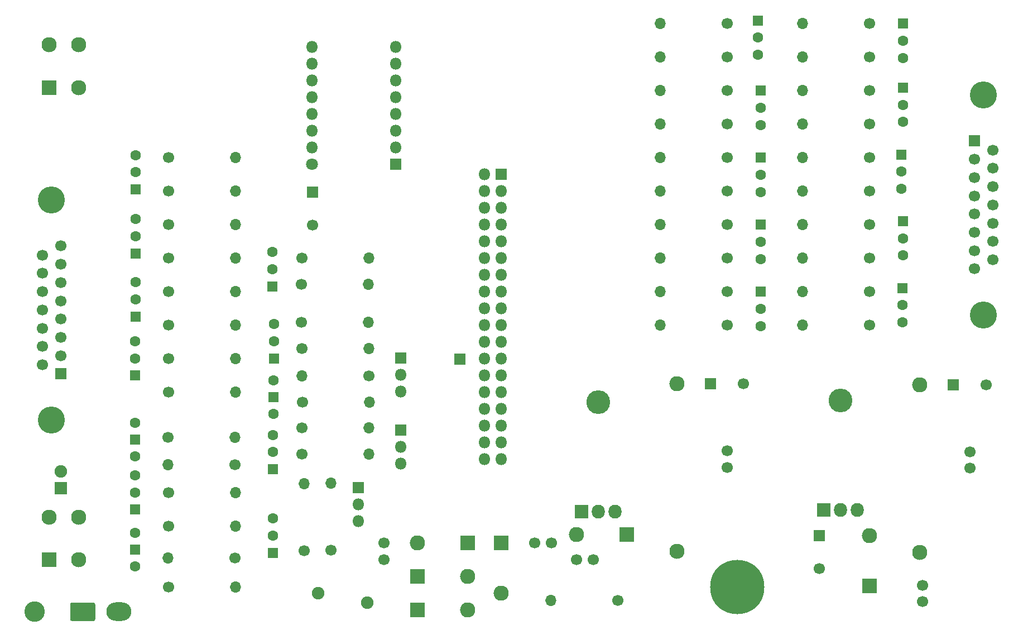
<source format=gbr>
%TF.GenerationSoftware,KiCad,Pcbnew,(5.1.6)-1*%
%TF.CreationDate,2021-08-21T15:03:11-07:00*%
%TF.ProjectId,BPEM488CWaux,4250454d-3438-4384-9357-6175782e6b69,rev?*%
%TF.SameCoordinates,Original*%
%TF.FileFunction,Soldermask,Bot*%
%TF.FilePolarity,Negative*%
%FSLAX46Y46*%
G04 Gerber Fmt 4.6, Leading zero omitted, Abs format (unit mm)*
G04 Created by KiCad (PCBNEW (5.1.6)-1) date 2021-08-21 15:03:11*
%MOMM*%
%LPD*%
G01*
G04 APERTURE LIST*
%ADD10O,1.700000X1.700000*%
%ADD11C,1.700000*%
%ADD12C,1.900000*%
%ADD13R,1.900000X1.900000*%
%ADD14O,2.005000X2.100000*%
%ADD15R,2.005000X2.100000*%
%ADD16O,3.600000X3.600000*%
%ADD17R,1.600000X1.600000*%
%ADD18C,1.600000*%
%ADD19O,1.800000X1.800000*%
%ADD20C,1.800000*%
%ADD21R,1.800000X1.800000*%
%ADD22R,1.700000X1.700000*%
%ADD23C,4.100000*%
%ADD24C,8.228000*%
%ADD25R,2.300000X2.300000*%
%ADD26O,2.300000X2.300000*%
%ADD27O,3.800000X2.800000*%
%ADD28C,3.100000*%
%ADD29C,2.300000*%
G04 APERTURE END LIST*
D10*
%TO.C,R15*%
X132003800Y-143281400D03*
D11*
X142163800Y-143281400D03*
%TD*%
D12*
%TO.C,D7*%
X57658000Y-123774200D03*
D13*
X57658000Y-126314200D03*
%TD*%
D14*
%TO.C,U1*%
X141706600Y-129870200D03*
X139166600Y-129870200D03*
D15*
X136626600Y-129870200D03*
D16*
X139166600Y-113210200D03*
%TD*%
D17*
%TO.C,Q25*%
X185420000Y-55880000D03*
D18*
X185420000Y-61080000D03*
X185420000Y-58480000D03*
%TD*%
D17*
%TO.C,Q24*%
X185445400Y-65582800D03*
D18*
X185445400Y-70782800D03*
X185445400Y-68182800D03*
%TD*%
D17*
%TO.C,Q23*%
X185191400Y-75717400D03*
D18*
X185191400Y-80917400D03*
X185191400Y-78317400D03*
%TD*%
D17*
%TO.C,Q22*%
X185394600Y-85801200D03*
D18*
X185394600Y-91001200D03*
X185394600Y-88401200D03*
%TD*%
D17*
%TO.C,Q21*%
X185293000Y-95935800D03*
D18*
X185293000Y-101135800D03*
X185293000Y-98535800D03*
%TD*%
D17*
%TO.C,Q18*%
X90017600Y-106629200D03*
D18*
X90017600Y-101429200D03*
X90017600Y-104029200D03*
%TD*%
D17*
%TO.C,Q17*%
X163804600Y-96520000D03*
D18*
X163804600Y-101720000D03*
X163804600Y-99120000D03*
%TD*%
D17*
%TO.C,Q16*%
X163804600Y-86360000D03*
D18*
X163804600Y-91560000D03*
X163804600Y-88960000D03*
%TD*%
D17*
%TO.C,Q15*%
X163804600Y-76200000D03*
D18*
X163804600Y-81400000D03*
X163804600Y-78800000D03*
%TD*%
D17*
%TO.C,Q14*%
X163804600Y-66040000D03*
D18*
X163804600Y-71240000D03*
X163804600Y-68640000D03*
%TD*%
D17*
%TO.C,Q13*%
X163372800Y-55397400D03*
D18*
X163372800Y-60597400D03*
X163372800Y-57997400D03*
%TD*%
D17*
%TO.C,Q12*%
X89941400Y-112496600D03*
D18*
X89941400Y-109956600D03*
X89941400Y-115036600D03*
%TD*%
D17*
%TO.C,Q11*%
X89814400Y-136093200D03*
D18*
X89814400Y-130893200D03*
X89814400Y-133493200D03*
%TD*%
D17*
%TO.C,Q10*%
X68935600Y-135610600D03*
D18*
X68935600Y-133070600D03*
X68935600Y-138150600D03*
%TD*%
D17*
%TO.C,Q9*%
X89839800Y-123418600D03*
D18*
X89839800Y-118218600D03*
X89839800Y-120818600D03*
%TD*%
D17*
%TO.C,Q7*%
X68940680Y-129540000D03*
D18*
X68940680Y-124340000D03*
X68940680Y-126940000D03*
%TD*%
D17*
%TO.C,Q6*%
X89738200Y-95681800D03*
D18*
X89738200Y-90481800D03*
X89738200Y-93081800D03*
%TD*%
D17*
%TO.C,Q5*%
X68935600Y-118897400D03*
D18*
X68935600Y-116357400D03*
X68935600Y-121437400D03*
%TD*%
D17*
%TO.C,Q4*%
X68940680Y-109220000D03*
D18*
X68940680Y-104020000D03*
X68940680Y-106620000D03*
%TD*%
D17*
%TO.C,Q3*%
X68961000Y-100279200D03*
D18*
X68961000Y-95079200D03*
X68961000Y-97679200D03*
%TD*%
D17*
%TO.C,Q2*%
X68961000Y-90703400D03*
D18*
X68961000Y-85503400D03*
X68961000Y-88103400D03*
%TD*%
D17*
%TO.C,Q1*%
X69011800Y-81000600D03*
D18*
X69011800Y-75800600D03*
X69011800Y-78400600D03*
%TD*%
D19*
%TO.C,U3*%
X95707200Y-74676000D03*
X95707200Y-69596000D03*
D20*
X95707200Y-77216000D03*
D19*
X95707200Y-72136000D03*
X95707200Y-67056000D03*
X95707200Y-59436000D03*
X95707200Y-64516000D03*
X95707200Y-61976000D03*
X108407200Y-59436000D03*
X108407200Y-61976000D03*
X108407200Y-64516000D03*
X108407200Y-67056000D03*
X108407200Y-69596000D03*
X108407200Y-72136000D03*
X108407200Y-74676000D03*
D21*
X108407200Y-77216000D03*
%TD*%
D14*
%TO.C,U2*%
X178435000Y-129616200D03*
X175895000Y-129616200D03*
D15*
X173355000Y-129616200D03*
D16*
X175895000Y-112956200D03*
%TD*%
D21*
%TO.C,TP1*%
X118211600Y-106756200D03*
%TD*%
D10*
%TO.C,R36*%
X104343200Y-105130600D03*
D11*
X94183200Y-105130600D03*
%TD*%
D10*
%TO.C,R35*%
X104292400Y-101168200D03*
D11*
X94132400Y-101168200D03*
%TD*%
D10*
%TO.C,R24*%
X104444800Y-113207800D03*
D11*
X94284800Y-113207800D03*
%TD*%
D10*
%TO.C,R23*%
X94259400Y-109270800D03*
D11*
X104419400Y-109270800D03*
%TD*%
D10*
%TO.C,R22*%
X98628200Y-125526800D03*
D11*
X98628200Y-135686800D03*
%TD*%
D10*
%TO.C,R21*%
X94564200Y-125577600D03*
D11*
X94564200Y-135737600D03*
%TD*%
D10*
%TO.C,R20*%
X84124800Y-141274800D03*
D11*
X73964800Y-141274800D03*
%TD*%
D10*
%TO.C,R19*%
X73939400Y-136880600D03*
D11*
X84099400Y-136880600D03*
%TD*%
D10*
%TO.C,R18*%
X84074000Y-118592600D03*
D11*
X73914000Y-118592600D03*
%TD*%
D10*
%TO.C,R17*%
X73939400Y-122758200D03*
D11*
X84099400Y-122758200D03*
%TD*%
D19*
%TO.C,J7*%
X109220000Y-111607600D03*
X109220000Y-109067600D03*
D21*
X109220000Y-106527600D03*
%TD*%
D19*
%TO.C,J6*%
X102768400Y-131318000D03*
X102768400Y-128778000D03*
D21*
X102768400Y-126238000D03*
%TD*%
D19*
%TO.C,J5*%
X109245400Y-122555000D03*
X109245400Y-120015000D03*
D21*
X109245400Y-117475000D03*
%TD*%
D11*
%TO.C,C10*%
X95859600Y-86381600D03*
D22*
X95859600Y-81381600D03*
%TD*%
D23*
%TO.C,J4*%
X197635000Y-66705000D03*
X197635000Y-100005000D03*
D11*
X199055000Y-91665000D03*
X199055000Y-88895000D03*
X199055000Y-86125000D03*
X199055000Y-83355000D03*
X199055000Y-80585000D03*
X199055000Y-77815000D03*
X199055000Y-75045000D03*
X196215000Y-93050000D03*
X196215000Y-90280000D03*
X196215000Y-87510000D03*
X196215000Y-84740000D03*
X196215000Y-81970000D03*
X196215000Y-79200000D03*
X196215000Y-76430000D03*
D22*
X196215000Y-73660000D03*
%TD*%
D23*
%TO.C,J3*%
X56238000Y-115921000D03*
X56238000Y-82621000D03*
D11*
X54818000Y-90961000D03*
X54818000Y-93731000D03*
X54818000Y-96501000D03*
X54818000Y-99271000D03*
X54818000Y-102041000D03*
X54818000Y-104811000D03*
X54818000Y-107581000D03*
X57658000Y-89576000D03*
X57658000Y-92346000D03*
X57658000Y-95116000D03*
X57658000Y-97886000D03*
X57658000Y-100656000D03*
X57658000Y-103426000D03*
X57658000Y-106196000D03*
D22*
X57658000Y-108966000D03*
%TD*%
D24*
%TO.C,REF\u002A\u002A*%
X160223200Y-141300200D03*
%TD*%
D12*
%TO.C,RV1*%
X96640000Y-142237000D03*
X104140000Y-143637000D03*
%TD*%
D11*
%TO.C,C1*%
X106680000Y-134620000D03*
X106680000Y-137120000D03*
%TD*%
%TO.C,C3*%
X172720000Y-138479540D03*
D22*
X172720000Y-133479540D03*
%TD*%
D11*
%TO.C,C6*%
X158750000Y-123150000D03*
X158750000Y-120650000D03*
%TD*%
%TO.C,C7*%
X195580000Y-120779540D03*
X195580000Y-123279540D03*
%TD*%
%TO.C,C8*%
X161210000Y-110490000D03*
D22*
X156210000Y-110490000D03*
%TD*%
%TO.C,C9*%
X193040000Y-110619540D03*
D11*
X198040000Y-110619540D03*
%TD*%
D25*
%TO.C,D1*%
X111760000Y-139700000D03*
D26*
X119380000Y-139700000D03*
%TD*%
%TO.C,D2*%
X119380000Y-144780000D03*
D25*
X111760000Y-144780000D03*
%TD*%
%TO.C,D3*%
X119380000Y-134620000D03*
D26*
X111760000Y-134620000D03*
%TD*%
%TO.C,D4*%
X124460000Y-142240000D03*
D25*
X124460000Y-134620000D03*
%TD*%
D26*
%TO.C,D5*%
X135890000Y-133350000D03*
D25*
X143510000Y-133350000D03*
%TD*%
%TO.C,D6*%
X180340000Y-141099540D03*
D26*
X180340000Y-133479540D03*
%TD*%
%TO.C,J1*%
G36*
G01*
X62600740Y-146434000D02*
X59319260Y-146434000D01*
G75*
G02*
X59060000Y-146174740I0J259260D01*
G01*
X59060000Y-143893260D01*
G75*
G02*
X59319260Y-143634000I259260J0D01*
G01*
X62600740Y-143634000D01*
G75*
G02*
X62860000Y-143893260I0J-259260D01*
G01*
X62860000Y-146174740D01*
G75*
G02*
X62600740Y-146434000I-259260J0D01*
G01*
G37*
D27*
X66460000Y-145034000D03*
D28*
X53660000Y-145034000D03*
%TD*%
D29*
%TO.C,L1*%
X151130000Y-135890000D03*
D26*
X151130000Y-110490000D03*
%TD*%
%TO.C,L2*%
X187960000Y-110619540D03*
D29*
X187960000Y-136019540D03*
%TD*%
D10*
%TO.C,R1*%
X84180680Y-76200000D03*
D11*
X74020680Y-76200000D03*
%TD*%
%TO.C,R2*%
X74020680Y-81280000D03*
D10*
X84180680Y-81280000D03*
%TD*%
%TO.C,R3*%
X84180680Y-86360000D03*
D11*
X74020680Y-86360000D03*
%TD*%
%TO.C,R4*%
X74020680Y-91440000D03*
D10*
X84180680Y-91440000D03*
%TD*%
D11*
%TO.C,R5*%
X74020680Y-96520000D03*
D10*
X84180680Y-96520000D03*
%TD*%
D11*
%TO.C,R6*%
X74020680Y-101600000D03*
D10*
X84180680Y-101600000D03*
%TD*%
%TO.C,R7*%
X84180680Y-106680000D03*
D11*
X74020680Y-106680000D03*
%TD*%
D10*
%TO.C,R8*%
X84180680Y-111760000D03*
D11*
X74020680Y-111760000D03*
%TD*%
%TO.C,R9*%
X94208600Y-117144800D03*
D10*
X104368600Y-117144800D03*
%TD*%
D11*
%TO.C,R10*%
X94259400Y-121081800D03*
D10*
X104419400Y-121081800D03*
%TD*%
%TO.C,R11*%
X104419400Y-91363800D03*
D11*
X94259400Y-91363800D03*
%TD*%
D10*
%TO.C,R12*%
X104317800Y-95377000D03*
D11*
X94157800Y-95377000D03*
%TD*%
D10*
%TO.C,R13*%
X84180680Y-127000000D03*
D11*
X74020680Y-127000000D03*
%TD*%
%TO.C,R14*%
X74020680Y-132080000D03*
D10*
X84180680Y-132080000D03*
%TD*%
D11*
%TO.C,R25*%
X158724600Y-55880000D03*
D10*
X148564600Y-55880000D03*
%TD*%
D11*
%TO.C,R26*%
X158724600Y-60960000D03*
D10*
X148564600Y-60960000D03*
%TD*%
D11*
%TO.C,R27*%
X158724600Y-66040000D03*
D10*
X148564600Y-66040000D03*
%TD*%
%TO.C,R28*%
X148564600Y-71120000D03*
D11*
X158724600Y-71120000D03*
%TD*%
D10*
%TO.C,R29*%
X148564600Y-76200000D03*
D11*
X158724600Y-76200000D03*
%TD*%
%TO.C,R30*%
X158724600Y-81280000D03*
D10*
X148564600Y-81280000D03*
%TD*%
D11*
%TO.C,R31*%
X158724600Y-86360000D03*
D10*
X148564600Y-86360000D03*
%TD*%
%TO.C,R32*%
X148564600Y-91440000D03*
D11*
X158724600Y-91440000D03*
%TD*%
%TO.C,R33*%
X158724600Y-96520000D03*
D10*
X148564600Y-96520000D03*
%TD*%
D11*
%TO.C,R34*%
X158724600Y-101600000D03*
D10*
X148564600Y-101600000D03*
%TD*%
%TO.C,R41*%
X170180000Y-96520000D03*
D11*
X180340000Y-96520000D03*
%TD*%
D10*
%TO.C,R42*%
X170180000Y-101600000D03*
D11*
X180340000Y-101600000D03*
%TD*%
D10*
%TO.C,R43*%
X170180000Y-86360000D03*
D11*
X180340000Y-86360000D03*
%TD*%
%TO.C,R44*%
X180340000Y-91440000D03*
D10*
X170180000Y-91440000D03*
%TD*%
D11*
%TO.C,R45*%
X180340000Y-76200000D03*
D10*
X170180000Y-76200000D03*
%TD*%
%TO.C,R46*%
X170180000Y-81280000D03*
D11*
X180340000Y-81280000D03*
%TD*%
D10*
%TO.C,R47*%
X170180000Y-66040000D03*
D11*
X180340000Y-66040000D03*
%TD*%
%TO.C,R48*%
X180340000Y-71120000D03*
D10*
X170180000Y-71120000D03*
%TD*%
%TO.C,R49*%
X170180000Y-55880000D03*
D11*
X180340000Y-55880000D03*
%TD*%
D10*
%TO.C,R50*%
X170180000Y-60960000D03*
D11*
X180340000Y-60960000D03*
%TD*%
D29*
%TO.C,S1*%
X60380000Y-65570100D03*
X60380000Y-59070100D03*
X55880000Y-59070100D03*
D25*
X55880000Y-65570100D03*
%TD*%
%TO.C,S2*%
X55880000Y-137160000D03*
D29*
X55880000Y-130660000D03*
X60380000Y-130660000D03*
X60380000Y-137160000D03*
%TD*%
D21*
%TO.C,J2*%
X124460000Y-78740000D03*
D19*
X121920000Y-78740000D03*
X124460000Y-81280000D03*
X121920000Y-81280000D03*
X124460000Y-83820000D03*
X121920000Y-83820000D03*
X124460000Y-86360000D03*
X121920000Y-86360000D03*
X124460000Y-88900000D03*
X121920000Y-88900000D03*
X124460000Y-91440000D03*
X121920000Y-91440000D03*
X124460000Y-93980000D03*
X121920000Y-93980000D03*
X124460000Y-96520000D03*
X121920000Y-96520000D03*
X124460000Y-99060000D03*
X121920000Y-99060000D03*
X124460000Y-101600000D03*
X121920000Y-101600000D03*
X124460000Y-104140000D03*
X121920000Y-104140000D03*
X124460000Y-106680000D03*
X121920000Y-106680000D03*
X124460000Y-109220000D03*
X121920000Y-109220000D03*
X124460000Y-111760000D03*
X121920000Y-111760000D03*
X124460000Y-114300000D03*
X121920000Y-114300000D03*
X124460000Y-116840000D03*
X121920000Y-116840000D03*
X124460000Y-119380000D03*
X121920000Y-119380000D03*
X124460000Y-121920000D03*
X121920000Y-121920000D03*
%TD*%
D11*
%TO.C,C2*%
X132040000Y-134620000D03*
X129540000Y-134620000D03*
%TD*%
%TO.C,C4*%
X135890000Y-137160000D03*
X138390000Y-137160000D03*
%TD*%
%TO.C,C5*%
X188390000Y-141010000D03*
X188390000Y-143510000D03*
%TD*%
M02*

</source>
